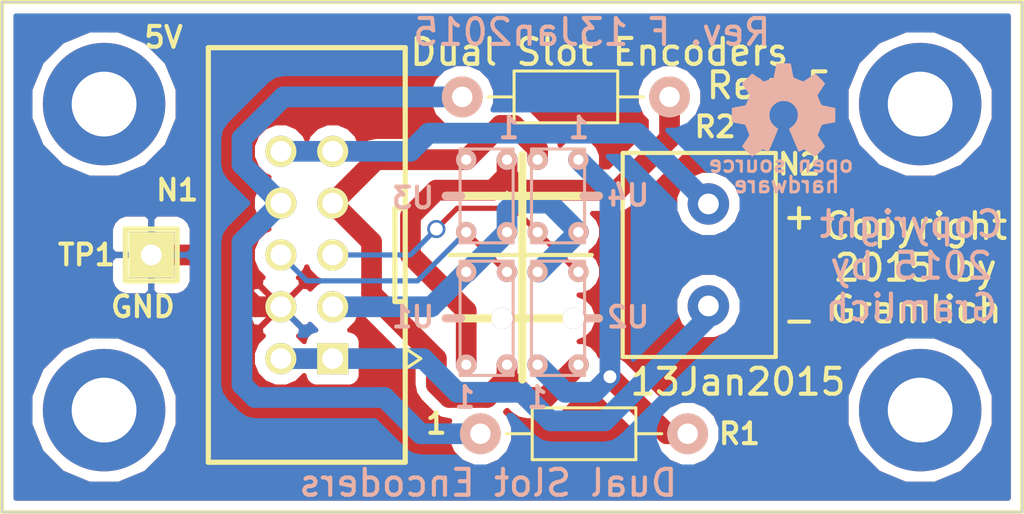
<source format=kicad_pcb>
(kicad_pcb (version 4) (host pcbnew "(2014-jul-16 BZR unknown)-product")

  (general
    (links 23)
    (no_connects 0)
    (area 99.898399 99.898399 150.101601 125.3568)
    (thickness 1.6)
    (drawings 31)
    (tracks 87)
    (zones 0)
    (modules 14)
    (nets 11)
  )

  (page A4)
  (layers
    (0 F.Cu signal)
    (31 B.Cu signal)
    (32 B.Adhes user)
    (33 F.Adhes user)
    (34 B.Paste user)
    (35 F.Paste user)
    (36 B.SilkS user)
    (37 F.SilkS user)
    (38 B.Mask user)
    (39 F.Mask user)
    (40 Dwgs.User user)
    (41 Cmts.User user)
    (42 Eco1.User user)
    (43 Eco2.User user)
    (44 Edge.Cuts user)
  )

  (setup
    (last_trace_width 1.016)
    (user_trace_width 0.254)
    (user_trace_width 1.016)
    (trace_clearance 0.254)
    (zone_clearance 0.508)
    (zone_45_only no)
    (trace_min 0.254)
    (segment_width 0.2032)
    (edge_width 0.1)
    (via_size 0.889)
    (via_drill 0.635)
    (via_min_size 0.889)
    (via_min_drill 0.508)
    (uvia_size 0.508)
    (uvia_drill 0.127)
    (uvias_allowed no)
    (uvia_min_size 0.508)
    (uvia_min_drill 0.127)
    (pcb_text_width 0.3)
    (pcb_text_size 1.5 1.5)
    (mod_edge_width 0.15)
    (mod_text_size 1 1)
    (mod_text_width 0.15)
    (pad_size 6 6)
    (pad_drill 3.175)
    (pad_to_mask_clearance 0)
    (aux_axis_origin 0 0)
    (visible_elements 7FFEFFFF)
    (pcbplotparams
      (layerselection 0x010f0_80000001)
      (usegerberextensions true)
      (excludeedgelayer true)
      (linewidth 0.100000)
      (plotframeref false)
      (viasonmask false)
      (mode 1)
      (useauxorigin false)
      (hpglpennumber 1)
      (hpglpenspeed 20)
      (hpglpendiameter 15)
      (hpglpenoverlay 2)
      (psnegative false)
      (psa4output false)
      (plotreference true)
      (plotvalue true)
      (plotinvisibletext false)
      (padsonsilk false)
      (subtractmaskfromsilk false)
      (outputformat 1)
      (mirror false)
      (drillshape 0)
      (scaleselection 1)
      (outputdirectory ""))
  )

  (net 0 "")
  (net 1 "Net-(R1-Pad1)")
  (net 2 "Net-(R2-Pad1)")
  (net 3 /A)
  (net 4 /B)
  (net 5 /MOTOR-)
  (net 6 /MOTOR+)
  (net 7 /LGND)
  (net 8 /LPWR)
  (net 9 /LED_EN)
  (net 10 /BPWR)

  (net_class Default "This is the default net class."
    (clearance 0.254)
    (trace_width 0.254)
    (via_dia 0.889)
    (via_drill 0.635)
    (uvia_dia 0.508)
    (uvia_drill 0.127)
    (add_net /A)
    (add_net /B)
    (add_net "Net-(R1-Pad1)")
    (add_net "Net-(R2-Pad1)")
  )

  (net_class Power ""
    (clearance 0.254)
    (trace_width 1.016)
    (via_dia 0.889)
    (via_drill 0.635)
    (uvia_dia 0.508)
    (uvia_drill 0.127)
    (add_net /BPWR)
    (add_net /LED_EN)
    (add_net /LGND)
    (add_net /LPWR)
    (add_net /MOTOR+)
    (add_net /MOTOR-)
  )

  (module dual_slot_encoders:OSHW_LOGO_200mil (layer B.Cu) (tedit 0) (tstamp 54318570)
    (at 138.303 105.283)
    (path /53C1B3B3)
    (fp_text reference G1 (at 0 -2.6924) (layer B.SilkS) hide
      (effects (font (size 0.23114 0.23114) (thickness 0.04572)) (justify mirror))
    )
    (fp_text value OSHW_LOGO (at 0 2.6924) (layer B.SilkS) hide
      (effects (font (size 0.23114 0.23114) (thickness 0.04572)) (justify mirror))
    )
    (fp_poly (pts (xy -1.53924 2.28092) (xy -1.5113 2.26822) (xy -1.45288 2.23012) (xy -1.36906 2.17424)
      (xy -1.26746 2.10566) (xy -1.1684 2.03962) (xy -1.08458 1.98374) (xy -1.02616 1.94564)
      (xy -1.0033 1.93294) (xy -0.9906 1.93802) (xy -0.94234 1.96088) (xy -0.87122 1.99644)
      (xy -0.83312 2.01676) (xy -0.76708 2.0447) (xy -0.7366 2.04978) (xy -0.73152 2.04216)
      (xy -0.70866 1.9939) (xy -0.67056 1.91008) (xy -0.6223 1.80086) (xy -0.56896 1.67132)
      (xy -0.51054 1.53162) (xy -0.44958 1.38938) (xy -0.3937 1.25476) (xy -0.34544 1.13284)
      (xy -0.3048 1.03378) (xy -0.2794 0.9652) (xy -0.26924 0.93472) (xy -0.27178 0.92964)
      (xy -0.3048 0.89916) (xy -0.36068 0.85598) (xy -0.48006 0.75946) (xy -0.59944 0.61214)
      (xy -0.67056 0.44196) (xy -0.69342 0.25654) (xy -0.6731 0.08382) (xy -0.60706 -0.08128)
      (xy -0.49022 -0.23114) (xy -0.34798 -0.3429) (xy -0.18542 -0.41402) (xy 0 -0.43688)
      (xy 0.17526 -0.41656) (xy 0.34544 -0.35052) (xy 0.4953 -0.23622) (xy 0.5588 -0.16256)
      (xy 0.6477 -0.01016) (xy 0.69596 0.14986) (xy 0.70104 0.19304) (xy 0.69342 0.37084)
      (xy 0.64262 0.54102) (xy 0.5461 0.69342) (xy 0.41656 0.82042) (xy 0.40132 0.83058)
      (xy 0.34036 0.8763) (xy 0.29972 0.90678) (xy 0.2667 0.93472) (xy 0.4953 1.48082)
      (xy 0.53086 1.56718) (xy 0.59182 1.71704) (xy 0.6477 1.84658) (xy 0.69088 1.94818)
      (xy 0.72136 2.01676) (xy 0.73406 2.0447) (xy 0.7366 2.0447) (xy 0.75692 2.04978)
      (xy 0.79756 2.03454) (xy 0.87376 1.99644) (xy 0.92456 1.97104) (xy 0.98298 1.9431)
      (xy 1.00838 1.93294) (xy 1.03124 1.94564) (xy 1.08712 1.9812) (xy 1.1684 2.03454)
      (xy 1.26746 2.10058) (xy 1.3589 2.16408) (xy 1.44526 2.2225) (xy 1.50876 2.2606)
      (xy 1.5367 2.27838) (xy 1.54178 2.27838) (xy 1.56972 2.26314) (xy 1.61798 2.2225)
      (xy 1.69418 2.15138) (xy 1.79832 2.04724) (xy 1.81356 2.032) (xy 1.89992 1.9431)
      (xy 1.97104 1.86944) (xy 2.0193 1.8161) (xy 2.03454 1.79324) (xy 2.03454 1.79324)
      (xy 2.0193 1.76276) (xy 1.9812 1.7018) (xy 1.92278 1.6129) (xy 1.8542 1.5113)
      (xy 1.67386 1.24968) (xy 1.77292 1.00076) (xy 1.8034 0.92456) (xy 1.8415 0.83312)
      (xy 1.87198 0.76708) (xy 1.88722 0.73914) (xy 1.91262 0.72898) (xy 1.9812 0.7112)
      (xy 2.08026 0.69088) (xy 2.1971 0.67056) (xy 2.30886 0.65024) (xy 2.41046 0.62992)
      (xy 2.48412 0.61722) (xy 2.51714 0.6096) (xy 2.52476 0.60452) (xy 2.52984 0.58928)
      (xy 2.53492 0.55372) (xy 2.53746 0.49276) (xy 2.53746 0.39624) (xy 2.53746 0.25654)
      (xy 2.53746 0.2413) (xy 2.53746 0.10668) (xy 2.53492 0) (xy 2.53238 -0.06604)
      (xy 2.5273 -0.09398) (xy 2.5273 -0.09398) (xy 2.49428 -0.1016) (xy 2.42316 -0.11684)
      (xy 2.32156 -0.13716) (xy 2.20218 -0.16002) (xy 2.19456 -0.16256) (xy 2.07518 -0.18542)
      (xy 1.97358 -0.20574) (xy 1.90246 -0.22352) (xy 1.87198 -0.23114) (xy 1.8669 -0.2413)
      (xy 1.8415 -0.28702) (xy 1.80848 -0.36068) (xy 1.76784 -0.45212) (xy 1.72974 -0.5461)
      (xy 1.69418 -0.63246) (xy 1.67132 -0.69596) (xy 1.66624 -0.7239) (xy 1.66624 -0.7239)
      (xy 1.68402 -0.75438) (xy 1.72466 -0.81534) (xy 1.78308 -0.9017) (xy 1.8542 -1.0033)
      (xy 1.85928 -1.01092) (xy 1.92786 -1.11252) (xy 1.98374 -1.19888) (xy 2.02184 -1.25984)
      (xy 2.03454 -1.28778) (xy 2.03454 -1.29032) (xy 2.01168 -1.3208) (xy 1.96088 -1.37668)
      (xy 1.88722 -1.45542) (xy 1.79832 -1.54432) (xy 1.77038 -1.57226) (xy 1.67132 -1.66878)
      (xy 1.60274 -1.73228) (xy 1.55956 -1.7653) (xy 1.53924 -1.77292) (xy 1.53924 -1.77292)
      (xy 1.50876 -1.75514) (xy 1.44272 -1.71196) (xy 1.35636 -1.65354) (xy 1.25476 -1.58242)
      (xy 1.24714 -1.57734) (xy 1.14554 -1.50876) (xy 1.05918 -1.45288) (xy 1.00076 -1.41224)
      (xy 0.97282 -1.397) (xy 0.97028 -1.397) (xy 0.9271 -1.4097) (xy 0.85598 -1.4351)
      (xy 0.76708 -1.46812) (xy 0.6731 -1.50622) (xy 0.58674 -1.54178) (xy 0.52324 -1.57226)
      (xy 0.49276 -1.5875) (xy 0.49276 -1.59004) (xy 0.4826 -1.6256) (xy 0.46482 -1.7018)
      (xy 0.44196 -1.80594) (xy 0.4191 -1.9304) (xy 0.41656 -1.95072) (xy 0.3937 -2.07264)
      (xy 0.37338 -2.1717) (xy 0.35814 -2.24028) (xy 0.35306 -2.27076) (xy 0.33528 -2.2733)
      (xy 0.27432 -2.27838) (xy 0.18542 -2.28092) (xy 0.0762 -2.28092) (xy -0.0381 -2.28092)
      (xy -0.14986 -2.27838) (xy -0.24638 -2.27584) (xy -0.31496 -2.27076) (xy -0.3429 -2.26568)
      (xy -0.3429 -2.26314) (xy -0.3556 -2.22504) (xy -0.37084 -2.14884) (xy -0.3937 -2.0447)
      (xy -0.41656 -1.92024) (xy -0.42164 -1.89738) (xy -0.4445 -1.778) (xy -0.46482 -1.67894)
      (xy -0.47752 -1.61036) (xy -0.48514 -1.58242) (xy -0.49784 -1.57734) (xy -0.5461 -1.55448)
      (xy -0.62738 -1.52146) (xy -0.72898 -1.48082) (xy -0.96012 -1.38684) (xy -1.2446 -1.58242)
      (xy -1.27254 -1.6002) (xy -1.37414 -1.67132) (xy -1.45796 -1.7272) (xy -1.51638 -1.7653)
      (xy -1.54178 -1.778) (xy -1.54432 -1.778) (xy -1.57226 -1.7526) (xy -1.62814 -1.69926)
      (xy -1.70434 -1.62306) (xy -1.79578 -1.53416) (xy -1.86182 -1.46812) (xy -1.94056 -1.38938)
      (xy -1.98882 -1.3335) (xy -2.01676 -1.30048) (xy -2.02692 -1.28016) (xy -2.02438 -1.26492)
      (xy -2.0066 -1.23698) (xy -1.96342 -1.17348) (xy -1.905 -1.08712) (xy -1.83642 -0.98552)
      (xy -1.778 -0.9017) (xy -1.71704 -0.80518) (xy -1.6764 -0.7366) (xy -1.6637 -0.70358)
      (xy -1.66624 -0.69088) (xy -1.68656 -0.635) (xy -1.71958 -0.55118) (xy -1.76276 -0.44958)
      (xy -1.86182 -0.22352) (xy -2.00914 -0.19558) (xy -2.10058 -0.1778) (xy -2.22504 -0.15494)
      (xy -2.34442 -0.13208) (xy -2.53238 -0.09398) (xy -2.54 0.59182) (xy -2.50952 0.60452)
      (xy -2.48158 0.61214) (xy -2.413 0.62738) (xy -2.31394 0.6477) (xy -2.1971 0.66802)
      (xy -2.09804 0.68834) (xy -1.99644 0.70612) (xy -1.92532 0.72136) (xy -1.8923 0.72644)
      (xy -1.88468 0.73914) (xy -1.85928 0.7874) (xy -1.82372 0.8636) (xy -1.78308 0.95758)
      (xy -1.74498 1.0541) (xy -1.70942 1.143) (xy -1.68402 1.20904) (xy -1.67386 1.2446)
      (xy -1.6891 1.27254) (xy -1.7272 1.33096) (xy -1.78308 1.41478) (xy -1.84912 1.51384)
      (xy -1.9177 1.6129) (xy -1.97612 1.69926) (xy -2.01676 1.76022) (xy -2.032 1.78816)
      (xy -2.02438 1.80848) (xy -1.98374 1.85674) (xy -1.91008 1.93294) (xy -1.79832 2.0447)
      (xy -1.778 2.06248) (xy -1.6891 2.14884) (xy -1.61544 2.21742) (xy -1.5621 2.26314)
      (xy -1.53924 2.28092)) (layer B.SilkS) (width 0.00254))
  )

  (module dual_slot_encoders:Resistor_Horizontal_400 (layer F.Cu) (tedit 54396251) (tstamp 54318592)
    (at 128.524 121.158 180)
    (descr "Resistor, Axial,  RM 10mm, 1/3W,")
    (tags "Resistor, Axial, RM 10mm, 1/3W,")
    (path /53C1F063)
    (fp_text reference R1 (at -7.62 0 180) (layer F.SilkS)
      (effects (font (size 1.016 1.016) (thickness 0.2032)))
    )
    (fp_text value 100 (at -0.02 2.47 180) (layer F.SilkS) hide
      (effects (font (size 1.016 1.016) (thickness 0.2032)))
    )
    (fp_line (start 2.54 0) (end 3.81 0) (layer F.SilkS) (width 0.15))
    (fp_line (start -2.54 0) (end -3.81 0) (layer F.SilkS) (width 0.15))
    (fp_line (start -2.54 -1.27) (end -2.54 1.27) (layer F.SilkS) (width 0.15))
    (fp_line (start -2.54 1.27) (end 2.54 1.27) (layer F.SilkS) (width 0.15))
    (fp_line (start 2.54 1.27) (end 2.54 -1.27) (layer F.SilkS) (width 0.15))
    (fp_line (start 2.54 -1.27) (end -2.54 -1.27) (layer F.SilkS) (width 0.15))
    (pad 1 thru_hole circle (at -5.08 0 180) (size 1.99898 1.99898) (drill 1.00076) (layers *.Cu *.SilkS *.Mask)
      (net 1 "Net-(R1-Pad1)"))
    (pad 2 thru_hole circle (at 5.08 0 180) (size 1.99898 1.99898) (drill 1.00076) (layers *.Cu *.SilkS *.Mask)
      (net 10 /BPWR))
  )

  (module dual_slot_encoders:Resistor_Horizontal_400 (layer F.Cu) (tedit 54B5965B) (tstamp 54318597)
    (at 127.635 104.648 180)
    (descr "Resistor, Axial,  RM 10mm, 1/3W,")
    (tags "Resistor, Axial, RM 10mm, 1/3W,")
    (path /53C15E4E)
    (fp_text reference R2 (at -7.3152 -1.46812 180) (layer F.SilkS)
      (effects (font (size 1.016 1.016) (thickness 0.2032)))
    )
    (fp_text value 100 (at -0.02 2.47 180) (layer F.SilkS) hide
      (effects (font (size 1.016 1.016) (thickness 0.2032)))
    )
    (fp_line (start 2.54 0) (end 3.81 0) (layer F.SilkS) (width 0.15))
    (fp_line (start -2.54 0) (end -3.81 0) (layer F.SilkS) (width 0.15))
    (fp_line (start -2.54 -1.27) (end -2.54 1.27) (layer F.SilkS) (width 0.15))
    (fp_line (start -2.54 1.27) (end 2.54 1.27) (layer F.SilkS) (width 0.15))
    (fp_line (start 2.54 1.27) (end 2.54 -1.27) (layer F.SilkS) (width 0.15))
    (fp_line (start 2.54 -1.27) (end -2.54 -1.27) (layer F.SilkS) (width 0.15))
    (pad 1 thru_hole circle (at -5.08 0 180) (size 1.99898 1.99898) (drill 1.00076) (layers *.Cu *.SilkS *.Mask)
      (net 2 "Net-(R2-Pad1)"))
    (pad 2 thru_hole circle (at 5.08 0 180) (size 1.99898 1.99898) (drill 1.00076) (layers *.Cu *.SilkS *.Mask)
      (net 10 /BPWR))
  )

  (module dual_slot_encoders:Pin_Header_Straight_1x01 (layer F.Cu) (tedit 54396249) (tstamp 543185A6)
    (at 107.315 112.395)
    (descr "1 pin")
    (tags "CONN DEV")
    (path /53C1F775)
    (fp_text reference TP1 (at -3.175 0) (layer F.SilkS)
      (effects (font (size 1.016 1.016) (thickness 0.2032)))
    )
    (fp_text value GND (at 0 2.3) (layer F.SilkS) hide
      (effects (font (size 1.016 1.016) (thickness 0.2032)))
    )
    (fp_line (start -1.27 -1.27) (end -1.27 1.27) (layer F.SilkS) (width 0.254))
    (fp_line (start -1.27 1.27) (end 1.27 1.27) (layer F.SilkS) (width 0.254))
    (fp_line (start 1.27 1.27) (end 1.27 -1.27) (layer F.SilkS) (width 0.254))
    (fp_line (start 1.27 -1.27) (end -1.27 -1.27) (layer F.SilkS) (width 0.254))
    (pad 1 thru_hole rect (at 0 0) (size 2.2352 2.2352) (drill 1.016) (layers *.Cu *.Mask F.SilkS)
      (net 7 /LGND))
    (model Pin_Headers/Pin_Header_Straight_1x01.wrl
      (at (xyz 0 0 0))
      (scale (xyz 1 1 1))
      (rotate (xyz 0 0 0))
    )
  )

  (module dual_slot_encoders:GP1S094HCZ0F (layer B.Cu) (tedit 543190AF) (tstamp 543185AA)
    (at 123.75 115.5 270)
    (path /53C15B87)
    (fp_text reference U1 (at -0.057 3.608 360) (layer B.SilkS)
      (effects (font (size 1.016 1.016) (thickness 0.2032)) (justify mirror))
    )
    (fp_text value GP1S094HCZ0F (at 0 2.3 270) (layer B.SilkS) hide
      (effects (font (size 1.016 1.016) (thickness 0.2032)) (justify mirror))
    )
    (fp_text user 1 (at 3.88 1.068 360) (layer B.SilkS)
      (effects (font (size 1.016 1.016) (thickness 0.2032)) (justify mirror))
    )
    (fp_line (start -2.8 1.3) (end 2.8 1.3) (layer B.SilkS) (width 0.15))
    (fp_line (start 2.8 1.3) (end 2.8 -1.3) (layer B.SilkS) (width 0.15))
    (fp_line (start 2.8 -1.3) (end -2.8 -1.3) (layer B.SilkS) (width 0.15))
    (fp_line (start -2.8 -1.3) (end -2.8 1.3) (layer B.SilkS) (width 0.15))
    (pad 1 thru_hole circle (at 2.274 1 270) (size 1 1) (drill 0.5) (layers *.Cu *.Mask B.SilkS)
      (net 2 "Net-(R2-Pad1)"))
    (pad 4 thru_hole circle (at 2.275 -1 270) (size 1 1) (drill 0.5) (layers *.Cu *.Mask B.SilkS)
      (net 9 /LED_EN))
    (pad 2 thru_hole circle (at -2.275 1 270) (size 1 1) (drill 0.5) (layers *.Cu *.Mask B.SilkS)
      (net 8 /LPWR))
    (pad 3 thru_hole circle (at -2.275 -1 270) (size 1 1) (drill 0.5) (layers *.Cu *.Mask B.SilkS)
      (net 4 /B))
    (pad "" thru_hole circle (at 0 -0.75 270) (size 1.05 1.05) (drill 1.05) (layers *.Cu *.Mask B.SilkS))
  )

  (module dual_slot_encoders:GP1S094HCZ0F (layer B.Cu) (tedit 543190B9) (tstamp 543185B2)
    (at 127.25 115.5 270)
    (path /53C15BBA)
    (fp_text reference U2 (at -0.057 -3.433 360) (layer B.SilkS)
      (effects (font (size 1.016 1.016) (thickness 0.2032)) (justify mirror))
    )
    (fp_text value GP1S094HCZ0F (at 0 2.3 270) (layer B.SilkS) hide
      (effects (font (size 1.016 1.016) (thickness 0.2032)) (justify mirror))
    )
    (fp_text user 1 (at 3.88 1.012 360) (layer B.SilkS)
      (effects (font (size 1.016 1.016) (thickness 0.2032)) (justify mirror))
    )
    (fp_line (start -2.8 1.3) (end 2.8 1.3) (layer B.SilkS) (width 0.15))
    (fp_line (start 2.8 1.3) (end 2.8 -1.3) (layer B.SilkS) (width 0.15))
    (fp_line (start 2.8 -1.3) (end -2.8 -1.3) (layer B.SilkS) (width 0.15))
    (fp_line (start -2.8 -1.3) (end -2.8 1.3) (layer B.SilkS) (width 0.15))
    (pad 1 thru_hole circle (at 2.274 1 270) (size 1 1) (drill 0.5) (layers *.Cu *.Mask B.SilkS)
      (net 1 "Net-(R1-Pad1)"))
    (pad 4 thru_hole circle (at 2.275 -1 270) (size 1 1) (drill 0.5) (layers *.Cu *.Mask B.SilkS)
      (net 9 /LED_EN))
    (pad 2 thru_hole circle (at -2.275 1 270) (size 1 1) (drill 0.5) (layers *.Cu *.Mask B.SilkS)
      (net 8 /LPWR))
    (pad 3 thru_hole circle (at -2.275 -1 270) (size 1 1) (drill 0.5) (layers *.Cu *.Mask B.SilkS)
      (net 3 /A))
    (pad "" thru_hole circle (at 0 -0.75 270) (size 1.05 1.05) (drill 1.05) (layers *.Cu *.Mask B.SilkS))
  )

  (module dual_slot_encoders:GP1S097HCZ0F (layer B.Cu) (tedit 543190C0) (tstamp 543185BA)
    (at 123.75 109.5 90)
    (path /53C15B02)
    (fp_text reference U3 (at -0.101 -3.608 180) (layer B.SilkS)
      (effects (font (size 1.016 1.016) (thickness 0.2032)) (justify mirror))
    )
    (fp_text value GPS1S97HCZ0F (at 0 2 90) (layer B.SilkS) hide
      (effects (font (size 1.016 1.016) (thickness 0.2032)) (justify mirror))
    )
    (fp_text user 1 (at 3.328 1.091 180) (layer B.SilkS)
      (effects (font (size 1.016 1.016) (thickness 0.2032)) (justify mirror))
    )
    (fp_line (start -2.3 1.3) (end 2.3 1.3) (layer B.SilkS) (width 0.15))
    (fp_line (start 2.3 1.3) (end 2.3 -1.3) (layer B.SilkS) (width 0.15))
    (fp_line (start 2.3 -1.3) (end -2.3 -1.3) (layer B.SilkS) (width 0.15))
    (fp_line (start -2.3 -1.3) (end -2.3 1.3) (layer B.SilkS) (width 0.15))
    (pad 1 thru_hole circle (at 1.775 1 90) (size 1 1) (drill 0.5) (layers *.Cu *.Mask B.SilkS)
      (net 2 "Net-(R2-Pad1)"))
    (pad 4 thru_hole circle (at 1.775 -1 90) (size 1 1) (drill 0.5) (layers *.Cu *.Mask B.SilkS)
      (net 9 /LED_EN))
    (pad 2 thru_hole circle (at -1.775 1 90) (size 1 1) (drill 0.5) (layers *.Cu *.Mask B.SilkS)
      (net 8 /LPWR))
    (pad 3 thru_hole circle (at -1.775 -1 90) (size 1 1) (drill 0.5) (layers *.Cu *.Mask B.SilkS)
      (net 4 /B))
  )

  (module dual_slot_encoders:GP1S097HCZ0F (layer B.Cu) (tedit 543190C9) (tstamp 543185C1)
    (at 127.25 109.5 90)
    (path /53C15B57)
    (fp_text reference U4 (at 0.026 3.433 180) (layer B.SilkS)
      (effects (font (size 1.016 1.016) (thickness 0.2032)) (justify mirror))
    )
    (fp_text value GPS1S97HCZ0F (at 0 2 90) (layer B.SilkS) hide
      (effects (font (size 1.016 1.016) (thickness 0.2032)) (justify mirror))
    )
    (fp_text user 1 (at 3.328 1.02 180) (layer B.SilkS)
      (effects (font (size 1.016 1.016) (thickness 0.2032)) (justify mirror))
    )
    (fp_line (start -2.3 1.3) (end 2.3 1.3) (layer B.SilkS) (width 0.15))
    (fp_line (start 2.3 1.3) (end 2.3 -1.3) (layer B.SilkS) (width 0.15))
    (fp_line (start 2.3 -1.3) (end -2.3 -1.3) (layer B.SilkS) (width 0.15))
    (fp_line (start -2.3 -1.3) (end -2.3 1.3) (layer B.SilkS) (width 0.15))
    (pad 1 thru_hole circle (at 1.775 1 90) (size 1 1) (drill 0.5) (layers *.Cu *.Mask B.SilkS)
      (net 1 "Net-(R1-Pad1)"))
    (pad 4 thru_hole circle (at 1.775 -1 90) (size 1 1) (drill 0.5) (layers *.Cu *.Mask B.SilkS)
      (net 9 /LED_EN))
    (pad 2 thru_hole circle (at -1.775 1 90) (size 1 1) (drill 0.5) (layers *.Cu *.Mask B.SilkS)
      (net 8 /LPWR))
    (pad 3 thru_hole circle (at -1.775 -1 90) (size 1 1) (drill 0.5) (layers *.Cu *.Mask B.SilkS)
      (net 3 /A))
  )

  (module dual_slot_encoders:5MM_TERMINAL_BLOCK_2_POS (layer F.Cu) (tedit 54318E6C) (tstamp 54318591)
    (at 134.62 112.395 90)
    (path /543185E5)
    (fp_text reference N2 (at 4.445 4.445 180) (layer F.SilkS)
      (effects (font (size 1.016 1.016) (thickness 0.2032)))
    )
    (fp_text value MOTOR_CONN (at 0 4.191 90) (layer F.SilkS) hide
      (effects (font (size 1.016 1.016) (thickness 0.2032)))
    )
    (fp_line (start -5 -4.2) (end -5 3.3) (layer F.SilkS) (width 0.2032))
    (fp_line (start -5 3.3) (end 5 3.3) (layer F.SilkS) (width 0.2032))
    (fp_line (start 5 3.3) (end 5 -4.2) (layer F.SilkS) (width 0.2032))
    (fp_line (start 5 -4.2) (end -5 -4.2) (layer F.SilkS) (width 0.2032))
    (pad 1 thru_hole circle (at -2.5 0 90) (size 2.032 2.032) (drill 1.016) (layers *.Cu *.Mask)
      (net 6 /MOTOR+))
    (pad 2 thru_hole circle (at 2.5 0 90) (size 2.032 2.032) (drill 1.016) (layers *.Cu *.Mask)
      (net 5 /MOTOR-))
  )

  (module dual_slot_encoders:Pin_Header_Straight_2x05_Shrouded (layer F.Cu) (tedit 5439624C) (tstamp 54395AED)
    (at 114.935 112.395 90)
    (descr "Male 2x5 Header 2.54mm pitch")
    (tags CONN)
    (path /5438CAE0)
    (fp_text reference N1 (at 3.175 -6.35 360) (layer F.SilkS)
      (effects (font (size 1.016 1.016) (thickness 0.2032)))
    )
    (fp_text value MOTOR_ENCODER_CONN_2X5 (at 0 6.5 90) (layer F.SilkS) hide
      (effects (font (size 1.016 1.016) (thickness 0.2032)))
    )
    (fp_line (start -5.08 5.588) (end -5.588 4.826) (layer F.SilkS) (width 0.15))
    (fp_line (start -5.08 5.588) (end -4.572 4.826) (layer F.SilkS) (width 0.15))
    (fp_line (start 2.286 4.826) (end 2.286 4.318) (layer F.SilkS) (width 0.254))
    (fp_line (start 2.286 4.318) (end -2.286 4.318) (layer F.SilkS) (width 0.254))
    (fp_line (start -2.286 4.318) (end -2.286 4.826) (layer F.SilkS) (width 0.254))
    (fp_line (start -10.16 -4.826) (end 10.16 -4.826) (layer F.SilkS) (width 0.254))
    (fp_line (start 10.16 -4.826) (end 10.16 4.826) (layer F.SilkS) (width 0.254))
    (fp_line (start 10.16 4.826) (end -10.16 4.826) (layer F.SilkS) (width 0.254))
    (fp_line (start -10.16 4.826) (end -10.16 -4.826) (layer F.SilkS) (width 0.254))
    (pad 1 thru_hole rect (at -5.08 1.27 90) (size 1.524 1.524) (drill 1.016) (layers *.Cu *.Mask F.SilkS)
      (net 6 /MOTOR+))
    (pad 2 thru_hole circle (at -5.08 -1.27 90) (size 1.524 1.524) (drill 1.016) (layers *.Cu *.Mask F.SilkS)
      (net 6 /MOTOR+))
    (pad 3 thru_hole circle (at -2.54 1.27 90) (size 1.524 1.524) (drill 1.016) (layers *.Cu *.Mask F.SilkS)
      (net 8 /LPWR))
    (pad 4 thru_hole circle (at -2.54 -1.27 90) (size 1.524 1.524) (drill 1.016) (layers *.Cu *.Mask F.SilkS)
      (net 7 /LGND))
    (pad 5 thru_hole circle (at 0 1.27 90) (size 1.524 1.524) (drill 1.016) (layers *.Cu *.Mask F.SilkS)
      (net 3 /A))
    (pad 6 thru_hole circle (at 0 -1.27 90) (size 1.524 1.524) (drill 1.016) (layers *.Cu *.Mask F.SilkS)
      (net 4 /B))
    (pad 7 thru_hole circle (at 2.54 1.27 90) (size 1.524 1.524) (drill 1.016) (layers *.Cu *.Mask F.SilkS)
      (net 9 /LED_EN))
    (pad 8 thru_hole circle (at 2.54 -1.27 90) (size 1.524 1.524) (drill 1.016) (layers *.Cu *.Mask F.SilkS)
      (net 10 /BPWR))
    (pad 9 thru_hole circle (at 5.08 1.27 90) (size 1.524 1.524) (drill 1.016) (layers *.Cu *.Mask F.SilkS)
      (net 5 /MOTOR-))
    (pad 10 thru_hole circle (at 5.08 -1.27 90) (size 1.524 1.524) (drill 1.016) (layers *.Cu *.Mask F.SilkS)
      (net 5 /MOTOR-))
    (model pin_array/pins_array_5x2.wrl
      (at (xyz 0 0 0))
      (scale (xyz 1 1 1))
      (rotate (xyz 0 0 0))
    )
  )

  (module dual_slot_encoders:MountingHole_3mm (layer F.Cu) (tedit 54B591FA) (tstamp 5431857D)
    (at 145 120)
    (descr "Mounting hole, Befestigungsbohrung, 3mm, No Annular, Kein Restring,")
    (tags "Mounting hole, Befestigungsbohrung, 3mm, No Annular, Kein Restring,")
    (path /53C166E2)
    (fp_text reference H4 (at 0 0) (layer F.SilkS)
      (effects (font (size 1.016 1.016) (thickness 0.2032)))
    )
    (fp_text value 3MM_HOLE (at 0 4.29) (layer F.SilkS) hide
      (effects (font (size 1.016 1.016) (thickness 0.2032)))
    )
    (fp_circle (center 0 0) (end 3 0) (layer Cmts.User) (width 0.381))
    (pad 1 thru_hole circle (at 0 0) (size 6 6) (drill 3.175) (layers *.Cu))
  )

  (module dual_slot_encoders:MountingHole_3mm (layer F.Cu) (tedit 54B591FA) (tstamp 54318579)
    (at 105 120)
    (descr "Mounting hole, Befestigungsbohrung, 3mm, No Annular, Kein Restring,")
    (tags "Mounting hole, Befestigungsbohrung, 3mm, No Annular, Kein Restring,")
    (path /53C166B8)
    (fp_text reference H3 (at 0 0) (layer F.SilkS)
      (effects (font (size 1.016 1.016) (thickness 0.2032)))
    )
    (fp_text value 3MM_HOLE (at 0 4.29) (layer F.SilkS) hide
      (effects (font (size 1.016 1.016) (thickness 0.2032)))
    )
    (fp_circle (center 0 0) (end 3 0) (layer Cmts.User) (width 0.381))
    (pad 1 thru_hole circle (at 0 0) (size 6 6) (drill 3.175) (layers *.Cu))
  )

  (module dual_slot_encoders:MountingHole_3mm (layer F.Cu) (tedit 54B591FA) (tstamp 54318575)
    (at 145 105)
    (descr "Mounting hole, Befestigungsbohrung, 3mm, No Annular, Kein Restring,")
    (tags "Mounting hole, Befestigungsbohrung, 3mm, No Annular, Kein Restring,")
    (path /53C1668B)
    (fp_text reference H2 (at 0 0) (layer F.SilkS)
      (effects (font (size 1.016 1.016) (thickness 0.2032)))
    )
    (fp_text value 3MM_HOLE (at 0 4.29) (layer F.SilkS) hide
      (effects (font (size 1.016 1.016) (thickness 0.2032)))
    )
    (fp_circle (center 0 0) (end 3 0) (layer Cmts.User) (width 0.381))
    (pad 1 thru_hole circle (at 0 0) (size 6 6) (drill 3.175) (layers *.Cu))
  )

  (module dual_slot_encoders:MountingHole_3mm (layer F.Cu) (tedit 54B591FA) (tstamp 54318571)
    (at 105 105)
    (descr "Mounting hole, Befestigungsbohrung, 3mm, No Annular, Kein Restring,")
    (tags "Mounting hole, Befestigungsbohrung, 3mm, No Annular, Kein Restring,")
    (path /53C1592C)
    (fp_text reference H1 (at 0 0) (layer F.SilkS)
      (effects (font (size 1.016 1.016) (thickness 0.2032)))
    )
    (fp_text value 3MM_HOLE (at 0 4.29) (layer F.SilkS) hide
      (effects (font (size 1.016 1.016) (thickness 0.2032)))
    )
    (fp_circle (center 0 0) (end 3 0) (layer Cmts.User) (width 0.381))
    (pad 1 thru_hole circle (at 0 0) (size 6 6) (drill 3.175) (layers *.Cu))
  )

  (gr_text 13Jan2015 (at 136.0678 118.618) (layer F.SilkS)
    (effects (font (size 1.27 1.27) (thickness 0.2032)))
  )
  (gr_text "Copyright\n2015 by\nGramlich" (at 144.5641 112.93094) (layer B.SilkS)
    (effects (font (size 1.27 1.27) (thickness 0.2032)) (justify mirror))
  )
  (gr_text "Rev. F 13Jan2015" (at 128.905 101.473) (layer B.SilkS) (tstamp 54B594C4)
    (effects (font (size 1.27 1.27) (thickness 0.2032)) (justify mirror))
  )
  (gr_text "Dual Slot Encoders" (at 123.825 123.571) (layer B.SilkS)
    (effects (font (size 1.27 1.27) (thickness 0.2032)) (justify mirror))
  )
  (gr_line (start 128.905 112.395) (end 121.92 112.395) (angle 90) (layer F.SilkS) (width 0.2032))
  (gr_text - (at 139.065 115.57) (layer F.SilkS)
    (effects (font (size 1.27 1.27) (thickness 0.2032)) (justify mirror))
  )
  (gr_text + (at 139.065 110.49) (layer F.SilkS)
    (effects (font (size 1.27 1.27) (thickness 0.2032)) (justify mirror))
  )
  (gr_line (start 100 125) (end 100 100) (angle 90) (layer Edge.Cuts) (width 0.1))
  (gr_line (start 150 125) (end 100 125) (angle 90) (layer Edge.Cuts) (width 0.1))
  (gr_line (start 150 100) (end 150 125) (angle 90) (layer Edge.Cuts) (width 0.1))
  (gr_line (start 100 100) (end 150 100) (angle 90) (layer Edge.Cuts) (width 0.1))
  (gr_text 5V (at 108.966 101.727) (layer F.SilkS)
    (effects (font (size 1.016 1.016) (thickness 0.2032)) (justify right))
  )
  (gr_text GND (at 108.585 114.935) (layer F.SilkS)
    (effects (font (size 1.016 1.016) (thickness 0.2032)) (justify right))
  )
  (gr_text 1 (at 121.285 120.65) (layer F.SilkS)
    (effects (font (size 1.016 1.016) (thickness 0.2032)))
  )
  (gr_line (start 129.25 109.5) (end 128.5 109.5) (angle 90) (layer B.SilkS) (width 0.4))
  (gr_line (start 121.75 109.5) (end 129.25 109.5) (angle 90) (layer F.SilkS) (width 0.4))
  (gr_line (start 121.75 109.5) (end 122.5 109.5) (angle 90) (layer B.SilkS) (width 0.4))
  (gr_line (start 128.5 115.5) (end 129.25 115.5) (angle 90) (layer B.SilkS) (width 0.4))
  (gr_line (start 122.5 115.5) (end 121.75 115.5) (angle 90) (layer B.SilkS) (width 0.4))
  (gr_text "Copyright\n2015 by\nGramlich" (at 144.78 113.03) (layer F.SilkS)
    (effects (font (size 1.27 1.27) (thickness 0.2032)))
  )
  (gr_text "Rev. F" (at 137.541 104.0892) (layer F.SilkS)
    (effects (font (size 1.27 1.27) (thickness 0.2032)))
  )
  (gr_text "Dual Slot Encoders" (at 129.2733 102.4509) (layer F.SilkS)
    (effects (font (size 1.27 1.27) (thickness 0.2032)))
  )
  (gr_text hardware (at 138.45032 108.95584) (layer B.SilkS)
    (effects (font (size 0.762 0.762) (thickness 0.1524)) (justify mirror))
  )
  (gr_text "open source" (at 138.176 107.95) (layer B.SilkS)
    (effects (font (size 0.762 0.762) (thickness 0.1524)) (justify mirror))
  )
  (gr_line (start 121.75 115.5) (end 129.25 115.5) (angle 90) (layer F.SilkS) (width 0.4))
  (gr_line (start 125.5 107.5) (end 125.5 118.5) (angle 90) (layer F.SilkS) (width 0.4))
  (gr_line (start 100 125) (end 100 100) (angle 90) (layer F.SilkS) (width 0.2032))
  (gr_line (start 150 125) (end 100 125) (angle 90) (layer F.SilkS) (width 0.2032))
  (gr_line (start 150 100) (end 150 125) (angle 90) (layer F.SilkS) (width 0.2032))
  (gr_line (start 100 100) (end 150 100) (angle 90) (layer F.SilkS) (width 0.2032))
  (gr_line (start 100 100) (end 150 100) (angle 90) (layer F.SilkS) (width 0.2) (tstamp 53C19E0E))

  (segment (start 133.604 121.158) (end 132.588 121.158) (width 1.016) (layer F.Cu) (net 1))
  (segment (start 132.588 121.158) (end 129.794 118.364) (width 1.016) (layer F.Cu) (net 1) (tstamp 54B59412))
  (segment (start 127.602 119.126) (end 129.032 119.126) (width 1.016) (layer B.Cu) (net 1) (tstamp 54396DB1))
  (segment (start 129.032 119.126) (end 129.794 118.364) (width 1.016) (layer B.Cu) (net 1) (tstamp 54396DB6))
  (segment (start 129.794 118.364) (end 129.794 110.49) (width 1.016) (layer B.Cu) (net 1) (tstamp 54396DB8))
  (segment (start 129.794 110.49) (end 129.794 109.269) (width 1.016) (layer B.Cu) (net 1) (tstamp 54396DBB))
  (segment (start 129.794 109.269) (end 128.25 107.725) (width 1.016) (layer B.Cu) (net 1) (tstamp 54396DBC))
  (segment (start 126.25 117.774) (end 127.602 119.126) (width 1.016) (layer B.Cu) (net 1))
  (via (at 129.794 118.364) (size 0.889) (layers F.Cu B.Cu) (net 1))
  (segment (start 132.715 104.648) (end 132.715 106.68) (width 1.016) (layer F.Cu) (net 2))
  (segment (start 125.452238 109.22) (end 124.75 108.517762) (width 1.016) (layer F.Cu) (net 2) (tstamp 54396CE4))
  (segment (start 125.452238 109.22) (end 130.175 109.22) (width 1.016) (layer F.Cu) (net 2) (tstamp 54396CE6))
  (segment (start 130.175 109.22) (end 132.715 106.68) (width 1.016) (layer F.Cu) (net 2) (tstamp 54396CE7))
  (segment (start 124.75 107.725) (end 124.75 108.517762) (width 1.016) (layer F.Cu) (net 2))
  (segment (start 121.285 109.22) (end 124.047762 109.22) (width 1.016) (layer F.Cu) (net 2) (tstamp 54397AA2))
  (segment (start 124.047762 109.22) (end 124.75 108.517762) (width 1.016) (layer F.Cu) (net 2) (tstamp 54396E17))
  (segment (start 122.75 115.13) (end 120.015 112.395) (width 1.016) (layer F.Cu) (net 2) (tstamp 54397A92))
  (segment (start 120.015 112.395) (end 120.015 110.49) (width 1.016) (layer F.Cu) (net 2) (tstamp 54397A98))
  (segment (start 120.015 110.49) (end 121.285 109.22) (width 1.016) (layer F.Cu) (net 2) (tstamp 54397A9D))
  (segment (start 122.75 117.774) (end 122.75 115.13) (width 1.016) (layer F.Cu) (net 2))
  (segment (start 116.205 112.395) (end 120.015 112.395) (width 0.254) (layer B.Cu) (net 3))
  (segment (start 125.084002 110.109002) (end 126.25 111.275) (width 0.254) (layer F.Cu) (net 3))
  (via (at 121.285 111.125) (size 0.889) (layers F.Cu B.Cu) (net 3))
  (segment (start 122.300998 110.109002) (end 121.285 111.125) (width 0.254) (layer F.Cu) (net 3) (tstamp 54396E49))
  (segment (start 125.084002 110.109002) (end 122.300998 110.109002) (width 0.254) (layer F.Cu) (net 3) (tstamp 54396E45))
  (segment (start 120.015 112.395) (end 121.285 111.125) (width 0.254) (layer B.Cu) (net 3) (tstamp 54527947))
  (segment (start 128.2 113.225) (end 128.25 113.225) (width 0.254) (layer F.Cu) (net 3) (tstamp 5439699B))
  (segment (start 126.25 111.275) (end 128.2 113.225) (width 0.254) (layer F.Cu) (net 3))
  (segment (start 122.75 111.275) (end 120.36 113.665) (width 0.254) (layer B.Cu) (net 4))
  (segment (start 114.935 113.665) (end 113.665 112.395) (width 0.254) (layer B.Cu) (net 4) (tstamp 5452795B))
  (segment (start 120.36 113.665) (end 114.935 113.665) (width 0.254) (layer B.Cu) (net 4) (tstamp 54527957))
  (segment (start 124.7 113.225) (end 124.75 113.225) (width 0.254) (layer F.Cu) (net 4) (tstamp 54396995))
  (segment (start 122.75 111.275) (end 124.7 113.225) (width 0.254) (layer F.Cu) (net 4))
  (segment (start 116.205 107.315) (end 120.015 107.315) (width 1.016) (layer B.Cu) (net 5))
  (segment (start 131.151 106.426) (end 120.904 106.426) (width 1.016) (layer B.Cu) (net 5) (tstamp 543968B8))
  (segment (start 120.904 106.426) (end 120.015 107.315) (width 1.016) (layer B.Cu) (net 5) (tstamp 543968BB))
  (segment (start 131.151 106.426) (end 134.62 109.895) (width 1.016) (layer B.Cu) (net 5))
  (segment (start 113.665 107.315) (end 116.205 107.315) (width 1.016) (layer B.Cu) (net 5))
  (segment (start 129.54 120.523) (end 126.873 120.523) (width 1.016) (layer B.Cu) (net 6))
  (segment (start 125.476 119.126) (end 122.301 119.126) (width 1.016) (layer B.Cu) (net 6) (tstamp 54B593A4))
  (segment (start 126.873 120.523) (end 125.476 119.126) (width 1.016) (layer B.Cu) (net 6) (tstamp 54B593A2))
  (segment (start 116.205 117.475) (end 120.65 117.475) (width 1.016) (layer B.Cu) (net 6))
  (segment (start 134.62 115.443) (end 134.62 114.895) (width 1.016) (layer B.Cu) (net 6))
  (segment (start 134.62 115.443) (end 129.54 120.523) (width 1.016) (layer B.Cu) (net 6) (tstamp 54396CA3))
  (segment (start 122.301 119.126) (end 120.65 117.475) (width 1.016) (layer B.Cu) (net 6) (tstamp 54B593AB))
  (segment (start 113.665 117.475) (end 116.205 117.475) (width 1.016) (layer B.Cu) (net 6))
  (segment (start 113.665 114.935) (end 112.395 114.935) (width 1.016) (layer F.Cu) (net 7))
  (segment (start 109.855 112.395) (end 107.315 112.395) (width 1.016) (layer F.Cu) (net 7) (tstamp 54527922))
  (segment (start 112.395 114.935) (end 109.855 112.395) (width 1.016) (layer F.Cu) (net 7) (tstamp 5452791F))
  (segment (start 116.205 114.935) (end 121.04 114.935) (width 1.016) (layer B.Cu) (net 8))
  (segment (start 121.04 114.935) (end 122.75 113.225) (width 1.016) (layer B.Cu) (net 8) (tstamp 54396937))
  (segment (start 126.25 112.775) (end 126.25 113.225) (width 0.254) (layer B.Cu) (net 8) (tstamp 5439696F))
  (segment (start 122.8 113.225) (end 124.75 111.275) (width 1.016) (layer B.Cu) (net 8) (tstamp 54396AF5))
  (segment (start 122.75 113.225) (end 122.8 113.225) (width 1.016) (layer B.Cu) (net 8))
  (segment (start 126.3 113.225) (end 128.25 111.275) (width 1.016) (layer B.Cu) (net 8) (tstamp 54396B02))
  (segment (start 126.25 113.225) (end 126.3 113.225) (width 1.016) (layer B.Cu) (net 8))
  (segment (start 124.75 110.2) (end 125.095 109.855) (width 1.016) (layer B.Cu) (net 8) (tstamp 54396C59))
  (segment (start 125.095 109.855) (end 126.83 109.855) (width 1.016) (layer B.Cu) (net 8) (tstamp 54396C5C))
  (segment (start 126.83 109.855) (end 128.25 111.275) (width 1.016) (layer B.Cu) (net 8) (tstamp 54396C5F))
  (segment (start 124.75 111.275) (end 124.75 110.2) (width 1.016) (layer B.Cu) (net 8))
  (segment (start 116.205 109.855) (end 118.11 111.76) (width 1.016) (layer F.Cu) (net 9))
  (segment (start 123.77 119.38) (end 124.75 118.4) (width 1.016) (layer F.Cu) (net 9) (tstamp 5452790F))
  (segment (start 121.92 119.38) (end 123.77 119.38) (width 1.016) (layer F.Cu) (net 9) (tstamp 5452790E))
  (segment (start 121.285 118.745) (end 121.92 119.38) (width 1.016) (layer F.Cu) (net 9) (tstamp 5452790C))
  (segment (start 121.285 117.475) (end 121.285 118.745) (width 1.016) (layer F.Cu) (net 9) (tstamp 5452790A))
  (segment (start 118.11 114.3) (end 121.285 117.475) (width 1.016) (layer F.Cu) (net 9) (tstamp 54527909))
  (segment (start 118.11 111.76) (end 118.11 114.3) (width 1.016) (layer F.Cu) (net 9) (tstamp 54527906))
  (segment (start 122.75 107.725) (end 118.335 107.725) (width 1.016) (layer F.Cu) (net 9))
  (segment (start 118.335 107.725) (end 116.205 109.855) (width 1.016) (layer F.Cu) (net 9) (tstamp 545278FF))
  (segment (start 126.645 119.38) (end 125.73 119.38) (width 1.016) (layer F.Cu) (net 9) (tstamp 54397B2B))
  (segment (start 125.73 119.38) (end 124.75 118.4) (width 1.016) (layer F.Cu) (net 9) (tstamp 54396A50))
  (segment (start 128.25 117.775) (end 126.645 119.38) (width 1.016) (layer F.Cu) (net 9))
  (segment (start 124.75 118.4) (end 124.75 117.775) (width 1.016) (layer F.Cu) (net 9) (tstamp 54396A51))
  (segment (start 126.25 107.2) (end 125.095 106.045) (width 1.016) (layer F.Cu) (net 9) (tstamp 54396CF4))
  (segment (start 125.095 106.045) (end 124.43 106.045) (width 1.016) (layer F.Cu) (net 9) (tstamp 54396CF9))
  (segment (start 124.43 106.045) (end 122.75 107.725) (width 1.016) (layer F.Cu) (net 9) (tstamp 54396CFA))
  (segment (start 126.25 107.725) (end 126.25 107.2) (width 1.016) (layer F.Cu) (net 9))
  (segment (start 123.444 121.158) (end 120.523 121.158) (width 1.016) (layer B.Cu) (net 10))
  (segment (start 120.523 121.158) (end 118.745 119.38) (width 1.016) (layer B.Cu) (net 10) (tstamp 54B5941B))
  (segment (start 122.555 104.648) (end 113.792 104.648) (width 1.016) (layer B.Cu) (net 10))
  (segment (start 113.792 104.648) (end 111.76 106.68) (width 1.016) (layer B.Cu) (net 10) (tstamp 54B593E3))
  (segment (start 113.665 109.855) (end 111.76 111.76) (width 1.016) (layer B.Cu) (net 10))
  (segment (start 112.395 119.38) (end 118.745 119.38) (width 1.016) (layer B.Cu) (net 10) (tstamp 545278B6))
  (segment (start 111.76 118.745) (end 112.395 119.38) (width 1.016) (layer B.Cu) (net 10) (tstamp 545278B4))
  (segment (start 111.76 111.76) (end 111.76 118.745) (width 1.016) (layer B.Cu) (net 10) (tstamp 545278AF))
  (segment (start 113.665 109.855) (end 111.76 107.95) (width 1.016) (layer B.Cu) (net 10))
  (segment (start 111.76 107.95) (end 111.76 106.68) (width 1.016) (layer B.Cu) (net 10) (tstamp 545278A5))

  (zone (net 7) (net_name /LGND) (layer B.Cu) (tstamp 53C1AF9C) (hatch edge 0.508)
    (connect_pads (clearance 0.508))
    (min_thickness 0.254)
    (fill yes (arc_segments 16) (thermal_gap 0.762) (thermal_bridge_width 0.3048))
    (polygon
      (pts
        (xy 100.4 124.6) (xy 100.4 100.4) (xy 149.6 100.4) (xy 149.6 124.6)
      )
    )
    (filled_polygon
      (pts
        (xy 115.372071 116.078) (xy 115.316691 116.078) (xy 115.083302 116.174673) (xy 114.925974 116.332) (xy 114.603296 116.332)
        (xy 114.633784 116.311629) (xy 114.680033 115.985954) (xy 113.665 114.970921) (xy 113.650857 114.985063) (xy 113.614936 114.949142)
        (xy 113.629079 114.935) (xy 113.614936 114.920857) (xy 113.650857 114.884936) (xy 113.665 114.899079) (xy 113.679142 114.884936)
        (xy 113.715063 114.920857) (xy 113.700921 114.935) (xy 114.715954 115.950033) (xy 115.041629 115.903784) (xy 115.089729 115.795164)
        (xy 115.372071 116.078)
      )
    )
    (filled_polygon
      (pts
        (xy 149.315 124.315) (xy 148.63563 124.315) (xy 148.63563 119.280126) (xy 148.63563 104.280126) (xy 148.0834 102.943628)
        (xy 147.061751 101.920194) (xy 145.726218 101.365632) (xy 144.280126 101.36437) (xy 142.943628 101.9166) (xy 141.920194 102.938249)
        (xy 141.365632 104.273782) (xy 141.36437 105.719874) (xy 141.9166 107.056372) (xy 142.938249 108.079806) (xy 144.273782 108.634368)
        (xy 145.719874 108.63563) (xy 147.056372 108.0834) (xy 148.079806 107.061751) (xy 148.634368 105.726218) (xy 148.63563 104.280126)
        (xy 148.63563 119.280126) (xy 148.0834 117.943628) (xy 147.061751 116.920194) (xy 145.726218 116.365632) (xy 144.280126 116.36437)
        (xy 142.943628 116.9166) (xy 141.920194 117.938249) (xy 141.365632 119.273782) (xy 141.36437 120.719874) (xy 141.9166 122.056372)
        (xy 142.938249 123.079806) (xy 144.273782 123.634368) (xy 145.719874 123.63563) (xy 147.056372 123.0834) (xy 148.079806 122.061751)
        (xy 148.634368 120.726218) (xy 148.63563 119.280126) (xy 148.63563 124.315) (xy 136.271286 124.315) (xy 136.271286 114.568037)
        (xy 136.020466 113.961005) (xy 135.556437 113.496166) (xy 134.949845 113.244287) (xy 134.293037 113.243714) (xy 133.686005 113.494534)
        (xy 133.221166 113.958563) (xy 132.969287 114.565155) (xy 132.968714 115.221963) (xy 133.043527 115.403026) (xy 130.937 117.509554)
        (xy 130.937 110.49) (xy 130.937 109.269) (xy 130.849994 108.831593) (xy 130.602223 108.460777) (xy 129.710446 107.569)
        (xy 130.677554 107.569) (xy 132.969029 109.860475) (xy 132.968714 110.221963) (xy 133.219534 110.828995) (xy 133.683563 111.293834)
        (xy 134.290155 111.545713) (xy 134.946963 111.546286) (xy 135.553995 111.295466) (xy 136.018834 110.831437) (xy 136.270713 110.224845)
        (xy 136.271286 109.568037) (xy 136.020466 108.961005) (xy 135.556437 108.496166) (xy 134.949845 108.244287) (xy 134.585415 108.243969)
        (xy 132.623857 106.282411) (xy 133.038694 106.282774) (xy 133.639655 106.034462) (xy 134.099846 105.575073) (xy 134.349206 104.974547)
        (xy 134.349774 104.324306) (xy 134.101462 103.723345) (xy 133.642073 103.263154) (xy 133.041547 103.013794) (xy 132.391306 103.013226)
        (xy 131.790345 103.261538) (xy 131.330154 103.720927) (xy 131.080794 104.321453) (xy 131.080226 104.971694) (xy 131.214035 105.295538)
        (xy 131.151 105.283) (xy 124.061125 105.283) (xy 124.189206 104.974547) (xy 124.189774 104.324306) (xy 123.941462 103.723345)
        (xy 123.482073 103.263154) (xy 122.881547 103.013794) (xy 122.231306 103.013226) (xy 121.630345 103.261538) (xy 121.386457 103.505)
        (xy 113.792 103.505) (xy 113.354593 103.592006) (xy 112.983777 103.839777) (xy 110.951777 105.871777) (xy 110.704006 106.242593)
        (xy 110.617 106.68) (xy 110.617 107.95) (xy 110.704006 108.387407) (xy 110.951777 108.758223) (xy 112.048554 109.854999)
        (xy 110.951777 110.951777) (xy 110.704006 111.322593) (xy 110.617 111.76) (xy 110.617 118.745) (xy 110.704006 119.182407)
        (xy 110.951777 119.553223) (xy 111.586777 120.188223) (xy 111.957593 120.435994) (xy 112.395 120.523) (xy 118.271554 120.523)
        (xy 119.714777 121.966223) (xy 120.085593 122.213994) (xy 120.523 122.301) (xy 122.275502 122.301) (xy 122.516927 122.542846)
        (xy 123.117453 122.792206) (xy 123.767694 122.792774) (xy 124.368655 122.544462) (xy 124.828846 122.085073) (xy 125.078206 121.484547)
        (xy 125.078774 120.834306) (xy 124.845194 120.269) (xy 125.002554 120.269) (xy 126.064777 121.331223) (xy 126.435593 121.578994)
        (xy 126.873 121.666) (xy 129.54 121.666) (xy 129.977407 121.578994) (xy 130.348223 121.331223) (xy 135.264267 116.415178)
        (xy 135.553995 116.295466) (xy 136.018834 115.831437) (xy 136.270713 115.224845) (xy 136.271286 114.568037) (xy 136.271286 124.315)
        (xy 135.238774 124.315) (xy 135.238774 120.834306) (xy 134.990462 120.233345) (xy 134.531073 119.773154) (xy 133.930547 119.523794)
        (xy 133.280306 119.523226) (xy 132.679345 119.771538) (xy 132.219154 120.230927) (xy 131.969794 120.831453) (xy 131.969226 121.481694)
        (xy 132.217538 122.082655) (xy 132.676927 122.542846) (xy 133.277453 122.792206) (xy 133.927694 122.792774) (xy 134.528655 122.544462)
        (xy 134.988846 122.085073) (xy 135.238206 121.484547) (xy 135.238774 120.834306) (xy 135.238774 124.315) (xy 109.3216 124.315)
        (xy 109.3216 113.689433) (xy 109.3216 113.335767) (xy 109.3216 112.64265) (xy 109.3216 112.14735) (xy 109.3216 111.454233)
        (xy 109.3216 111.100567) (xy 109.186258 110.773822) (xy 108.936178 110.523742) (xy 108.63563 110.399251) (xy 108.63563 104.280126)
        (xy 108.0834 102.943628) (xy 107.061751 101.920194) (xy 105.726218 101.365632) (xy 104.280126 101.36437) (xy 102.943628 101.9166)
        (xy 101.920194 102.938249) (xy 101.365632 104.273782) (xy 101.36437 105.719874) (xy 101.9166 107.056372) (xy 102.938249 108.079806)
        (xy 104.273782 108.634368) (xy 105.719874 108.63563) (xy 107.056372 108.0834) (xy 108.079806 107.061751) (xy 108.634368 105.726218)
        (xy 108.63563 104.280126) (xy 108.63563 110.399251) (xy 108.609433 110.3884) (xy 107.56265 110.3884) (xy 107.3404 110.61065)
        (xy 107.3404 112.3696) (xy 109.09935 112.3696) (xy 109.3216 112.14735) (xy 109.3216 112.64265) (xy 109.09935 112.4204)
        (xy 107.3404 112.4204) (xy 107.3404 114.17935) (xy 107.56265 114.4016) (xy 108.609433 114.4016) (xy 108.936178 114.266258)
        (xy 109.186258 114.016178) (xy 109.3216 113.689433) (xy 109.3216 124.315) (xy 108.63563 124.315) (xy 108.63563 119.280126)
        (xy 108.0834 117.943628) (xy 107.2896 117.148441) (xy 107.2896 114.17935) (xy 107.2896 112.4204) (xy 107.2896 112.3696)
        (xy 107.2896 110.61065) (xy 107.06735 110.3884) (xy 106.020567 110.3884) (xy 105.693822 110.523742) (xy 105.443742 110.773822)
        (xy 105.3084 111.100567) (xy 105.3084 111.454233) (xy 105.3084 112.14735) (xy 105.53065 112.3696) (xy 107.2896 112.3696)
        (xy 107.2896 112.4204) (xy 105.53065 112.4204) (xy 105.3084 112.64265) (xy 105.3084 113.335767) (xy 105.3084 113.689433)
        (xy 105.443742 114.016178) (xy 105.693822 114.266258) (xy 106.020567 114.4016) (xy 107.06735 114.4016) (xy 107.2896 114.17935)
        (xy 107.2896 117.148441) (xy 107.061751 116.920194) (xy 105.726218 116.365632) (xy 104.280126 116.36437) (xy 102.943628 116.9166)
        (xy 101.920194 117.938249) (xy 101.365632 119.273782) (xy 101.36437 120.719874) (xy 101.9166 122.056372) (xy 102.938249 123.079806)
        (xy 104.273782 123.634368) (xy 105.719874 123.63563) (xy 107.056372 123.0834) (xy 108.079806 122.061751) (xy 108.634368 120.726218)
        (xy 108.63563 119.280126) (xy 108.63563 124.315) (xy 100.685 124.315) (xy 100.685 100.685) (xy 149.315 100.685)
        (xy 149.315 124.315)
      )
    )
  )
  (zone (net 7) (net_name /LGND) (layer F.Cu) (tstamp 53C1AFC2) (hatch edge 0.508)
    (connect_pads (clearance 0.508))
    (min_thickness 0.254)
    (fill yes (arc_segments 16) (thermal_gap 0.762) (thermal_bridge_width 0.3048))
    (polygon
      (pts
        (xy 100.4 124.6) (xy 100.4 100.4) (xy 149.6 100.4) (xy 149.6 124.6)
      )
    )
    (filled_polygon
      (pts
        (xy 149.315 124.315) (xy 148.63563 124.315) (xy 148.63563 119.280126) (xy 148.63563 104.280126) (xy 148.0834 102.943628)
        (xy 147.061751 101.920194) (xy 145.726218 101.365632) (xy 144.280126 101.36437) (xy 142.943628 101.9166) (xy 141.920194 102.938249)
        (xy 141.365632 104.273782) (xy 141.36437 105.719874) (xy 141.9166 107.056372) (xy 142.938249 108.079806) (xy 144.273782 108.634368)
        (xy 145.719874 108.63563) (xy 147.056372 108.0834) (xy 148.079806 107.061751) (xy 148.634368 105.726218) (xy 148.63563 104.280126)
        (xy 148.63563 119.280126) (xy 148.0834 117.943628) (xy 147.061751 116.920194) (xy 145.726218 116.365632) (xy 144.280126 116.36437)
        (xy 142.943628 116.9166) (xy 141.920194 117.938249) (xy 141.365632 119.273782) (xy 141.36437 120.719874) (xy 141.9166 122.056372)
        (xy 142.938249 123.079806) (xy 144.273782 123.634368) (xy 145.719874 123.63563) (xy 147.056372 123.0834) (xy 148.079806 122.061751)
        (xy 148.634368 120.726218) (xy 148.63563 119.280126) (xy 148.63563 124.315) (xy 136.271286 124.315) (xy 136.271286 114.568037)
        (xy 136.271286 109.568037) (xy 136.020466 108.961005) (xy 135.556437 108.496166) (xy 134.949845 108.244287) (xy 134.293037 108.243714)
        (xy 133.686005 108.494534) (xy 133.221166 108.958563) (xy 132.969287 109.565155) (xy 132.968714 110.221963) (xy 133.219534 110.828995)
        (xy 133.683563 111.293834) (xy 134.290155 111.545713) (xy 134.946963 111.546286) (xy 135.553995 111.295466) (xy 136.018834 110.831437)
        (xy 136.270713 110.224845) (xy 136.271286 109.568037) (xy 136.271286 114.568037) (xy 136.020466 113.961005) (xy 135.556437 113.496166)
        (xy 134.949845 113.244287) (xy 134.293037 113.243714) (xy 133.686005 113.494534) (xy 133.221166 113.958563) (xy 132.969287 114.565155)
        (xy 132.968714 115.221963) (xy 133.219534 115.828995) (xy 133.683563 116.293834) (xy 134.290155 116.545713) (xy 134.946963 116.546286)
        (xy 135.553995 116.295466) (xy 136.018834 115.831437) (xy 136.270713 115.224845) (xy 136.271286 114.568037) (xy 136.271286 124.315)
        (xy 135.238774 124.315) (xy 135.238774 120.834306) (xy 134.990462 120.233345) (xy 134.531073 119.773154) (xy 133.930547 119.523794)
        (xy 133.280306 119.523226) (xy 132.777448 119.731002) (xy 130.602223 117.555777) (xy 130.231407 117.308006) (xy 129.794 117.221)
        (xy 129.356593 117.308006) (xy 129.306735 117.341319) (xy 129.305994 117.337593) (xy 129.283313 117.303649) (xy 129.212767 117.132914)
        (xy 129.081104 117.001021) (xy 129.058223 116.966777) (xy 129.024277 116.944095) (xy 128.893765 116.813355) (xy 128.721649 116.741886)
        (xy 128.687407 116.719006) (xy 128.647368 116.711041) (xy 128.476756 116.640197) (xy 128.290391 116.640034) (xy 128.282386 116.638442)
        (xy 128.656229 116.483974) (xy 128.982827 116.157945) (xy 129.159798 115.731751) (xy 129.160201 115.270274) (xy 128.983974 114.843771)
        (xy 128.657945 114.517173) (xy 128.279493 114.360026) (xy 128.474775 114.360197) (xy 128.892086 114.187767) (xy 129.211645 113.868765)
        (xy 129.384803 113.451756) (xy 129.385197 113.000225) (xy 129.212767 112.582914) (xy 128.893765 112.263355) (xy 128.86204 112.250181)
        (xy 128.892086 112.237767) (xy 129.211645 111.918765) (xy 129.384803 111.501756) (xy 129.385197 111.050225) (xy 129.212767 110.632914)
        (xy 128.943323 110.363) (xy 130.175 110.363) (xy 130.612407 110.275994) (xy 130.983223 110.028223) (xy 133.523223 107.488223)
        (xy 133.770994 107.117407) (xy 133.858 106.68) (xy 133.858 105.816497) (xy 134.099846 105.575073) (xy 134.349206 104.974547)
        (xy 134.349774 104.324306) (xy 134.101462 103.723345) (xy 133.642073 103.263154) (xy 133.041547 103.013794) (xy 132.391306 103.013226)
        (xy 131.790345 103.261538) (xy 131.330154 103.720927) (xy 131.080794 104.321453) (xy 131.080226 104.971694) (xy 131.328538 105.572655)
        (xy 131.572 105.816542) (xy 131.572 106.206554) (xy 129.701554 108.077) (xy 129.332796 108.077) (xy 129.384803 107.951756)
        (xy 129.385197 107.500225) (xy 129.212767 107.082914) (xy 128.893765 106.763355) (xy 128.476756 106.590197) (xy 128.025225 106.589803)
        (xy 127.607914 106.762233) (xy 127.355953 107.013754) (xy 127.305994 106.762593) (xy 127.058223 106.391777) (xy 125.903223 105.236777)
        (xy 125.532407 104.989006) (xy 125.095 104.902) (xy 124.43 104.902) (xy 124.189227 104.949892) (xy 124.189774 104.324306)
        (xy 123.941462 103.723345) (xy 123.482073 103.263154) (xy 122.881547 103.013794) (xy 122.231306 103.013226) (xy 121.630345 103.261538)
        (xy 121.170154 103.720927) (xy 120.920794 104.321453) (xy 120.920226 104.971694) (xy 121.168538 105.572655) (xy 121.627927 106.032846)
        (xy 122.228453 106.282206) (xy 122.576044 106.282509) (xy 122.276554 106.582) (xy 118.335 106.582) (xy 117.897593 106.669006)
        (xy 117.546553 106.903562) (xy 117.39001 106.524697) (xy 116.99737 106.131371) (xy 116.4841 105.918243) (xy 115.928339 105.917758)
        (xy 115.414697 106.12999) (xy 115.021371 106.52263) (xy 114.93505 106.730512) (xy 114.85001 106.524697) (xy 114.45737 106.131371)
        (xy 113.9441 105.918243) (xy 113.388339 105.917758) (xy 112.874697 106.12999) (xy 112.481371 106.52263) (xy 112.268243 107.0359)
        (xy 112.267758 107.591661) (xy 112.47999 108.105303) (xy 112.87263 108.498629) (xy 113.080512 108.584949) (xy 112.874697 108.66999)
        (xy 112.481371 109.06263) (xy 112.268243 109.5759) (xy 112.267758 110.131661) (xy 112.47999 110.645303) (xy 112.87263 111.038629)
        (xy 113.080512 111.124949) (xy 112.874697 111.20999) (xy 112.481371 111.60263) (xy 112.268243 112.1159) (xy 112.267758 112.671661)
        (xy 112.47999 113.185303) (xy 112.795197 113.501061) (xy 112.763898 113.513148) (xy 112.696216 113.558371) (xy 112.649967 113.884046)
        (xy 113.665 114.899079) (xy 114.680033 113.884046) (xy 114.633784 113.558371) (xy 114.525164 113.51027) (xy 114.848629 113.18737)
        (xy 114.934949 112.979487) (xy 115.01999 113.185303) (xy 115.41263 113.578629) (xy 115.620512 113.664949) (xy 115.414697 113.74999)
        (xy 115.098938 114.065197) (xy 115.086852 114.033898) (xy 115.041629 113.966216) (xy 114.715954 113.919967) (xy 113.700921 114.935)
        (xy 114.715954 115.950033) (xy 115.041629 115.903784) (xy 115.089729 115.795164) (xy 115.372071 116.078) (xy 115.316691 116.078)
        (xy 115.083302 116.174673) (xy 114.904673 116.353301) (xy 114.808 116.58669) (xy 114.808 116.642613) (xy 114.534802 116.368938)
        (xy 114.566102 116.356852) (xy 114.633784 116.311629) (xy 114.680033 115.985954) (xy 113.665 114.970921) (xy 113.629079 115.006842)
        (xy 113.629079 114.935) (xy 112.614046 113.919967) (xy 112.288371 113.966216) (xy 112.022423 114.566774) (xy 112.006543 115.223391)
        (xy 112.243148 115.836102) (xy 112.288371 115.903784) (xy 112.614046 115.950033) (xy 113.629079 114.935) (xy 113.629079 115.006842)
        (xy 112.649967 115.985954) (xy 112.696216 116.311629) (xy 112.804835 116.359729) (xy 112.481371 116.68263) (xy 112.268243 117.1959)
        (xy 112.267758 117.751661) (xy 112.47999 118.265303) (xy 112.87263 118.658629) (xy 113.3859 118.871757) (xy 113.941661 118.872242)
        (xy 114.455303 118.66001) (xy 114.808 118.307928) (xy 114.808 118.363309) (xy 114.904673 118.596698) (xy 115.083301 118.775327)
        (xy 115.31669 118.872) (xy 115.569309 118.872) (xy 117.093309 118.872) (xy 117.326698 118.775327) (xy 117.505327 118.596699)
        (xy 117.602 118.36331) (xy 117.602 118.110691) (xy 117.602 116.586691) (xy 117.505327 116.353302) (xy 117.326699 116.174673)
        (xy 117.09331 116.078) (xy 117.037386 116.078) (xy 117.388629 115.72737) (xy 117.544806 115.351252) (xy 120.142 117.948446)
        (xy 120.142 118.745) (xy 120.229006 119.182407) (xy 120.476777 119.553223) (xy 121.111777 120.188223) (xy 121.482593 120.435994)
        (xy 121.92 120.523) (xy 121.937874 120.523) (xy 121.809794 120.831453) (xy 121.809226 121.481694) (xy 122.057538 122.082655)
        (xy 122.516927 122.542846) (xy 123.117453 122.792206) (xy 123.767694 122.792774) (xy 124.368655 122.544462) (xy 124.828846 122.085073)
        (xy 125.078206 121.484547) (xy 125.078774 120.834306) (xy 124.830462 120.233345) (xy 124.681911 120.084534) (xy 124.75 120.016446)
        (xy 124.921777 120.188223) (xy 125.292593 120.435994) (xy 125.73 120.523) (xy 126.645 120.523) (xy 127.082407 120.435994)
        (xy 127.453223 120.188223) (xy 128.778874 118.862571) (xy 128.985777 119.172223) (xy 131.779777 121.966223) (xy 132.150593 122.213994)
        (xy 132.397719 122.26315) (xy 132.676927 122.542846) (xy 133.277453 122.792206) (xy 133.927694 122.792774) (xy 134.528655 122.544462)
        (xy 134.988846 122.085073) (xy 135.238206 121.484547) (xy 135.238774 120.834306) (xy 135.238774 124.315) (xy 109.3216 124.315)
        (xy 109.3216 113.689433) (xy 109.3216 113.335767) (xy 109.3216 112.64265) (xy 109.3216 112.14735) (xy 109.3216 111.454233)
        (xy 109.3216 111.100567) (xy 109.186258 110.773822) (xy 108.936178 110.523742) (xy 108.63563 110.399251) (xy 108.63563 104.280126)
        (xy 108.0834 102.943628) (xy 107.061751 101.920194) (xy 105.726218 101.365632) (xy 104.280126 101.36437) (xy 102.943628 101.9166)
        (xy 101.920194 102.938249) (xy 101.365632 104.273782) (xy 101.36437 105.719874) (xy 101.9166 107.056372) (xy 102.938249 108.079806)
        (xy 104.273782 108.634368) (xy 105.719874 108.63563) (xy 107.056372 108.0834) (xy 108.079806 107.061751) (xy 108.634368 105.726218)
        (xy 108.63563 104.280126) (xy 108.63563 110.399251) (xy 108.609433 110.3884) (xy 107.56265 110.3884) (xy 107.3404 110.61065)
        (xy 107.3404 112.3696) (xy 109.09935 112.3696) (xy 109.3216 112.14735) (xy 109.3216 112.64265) (xy 109.09935 112.4204)
        (xy 107.3404 112.4204) (xy 107.3404 114.17935) (xy 107.56265 114.4016) (xy 108.609433 114.4016) (xy 108.936178 114.266258)
        (xy 109.186258 114.016178) (xy 109.3216 113.689433) (xy 109.3216 124.315) (xy 108.63563 124.315) (xy 108.63563 119.280126)
        (xy 108.0834 117.943628) (xy 107.2896 117.148441) (xy 107.2896 114.17935) (xy 107.2896 112.4204) (xy 107.2896 112.3696)
        (xy 107.2896 110.61065) (xy 107.06735 110.3884) (xy 106.020567 110.3884) (xy 105.693822 110.523742) (xy 105.443742 110.773822)
        (xy 105.3084 111.100567) (xy 105.3084 111.454233) (xy 105.3084 112.14735) (xy 105.53065 112.3696) (xy 107.2896 112.3696)
        (xy 107.2896 112.4204) (xy 105.53065 112.4204) (xy 105.3084 112.64265) (xy 105.3084 113.335767) (xy 105.3084 113.689433)
        (xy 105.443742 114.016178) (xy 105.693822 114.266258) (xy 106.020567 114.4016) (xy 107.06735 114.4016) (xy 107.2896 114.17935)
        (xy 107.2896 117.148441) (xy 107.061751 116.920194) (xy 105.726218 116.365632) (xy 104.280126 116.36437) (xy 102.943628 116.9166)
        (xy 101.920194 117.938249) (xy 101.365632 119.273782) (xy 101.36437 120.719874) (xy 101.9166 122.056372) (xy 102.938249 123.079806)
        (xy 104.273782 123.634368) (xy 105.719874 123.63563) (xy 107.056372 123.0834) (xy 108.079806 122.061751) (xy 108.634368 120.726218)
        (xy 108.63563 119.280126) (xy 108.63563 124.315) (xy 100.685 124.315) (xy 100.685 100.685) (xy 149.315 100.685)
        (xy 149.315 124.315)
      )
    )
  )
)

</source>
